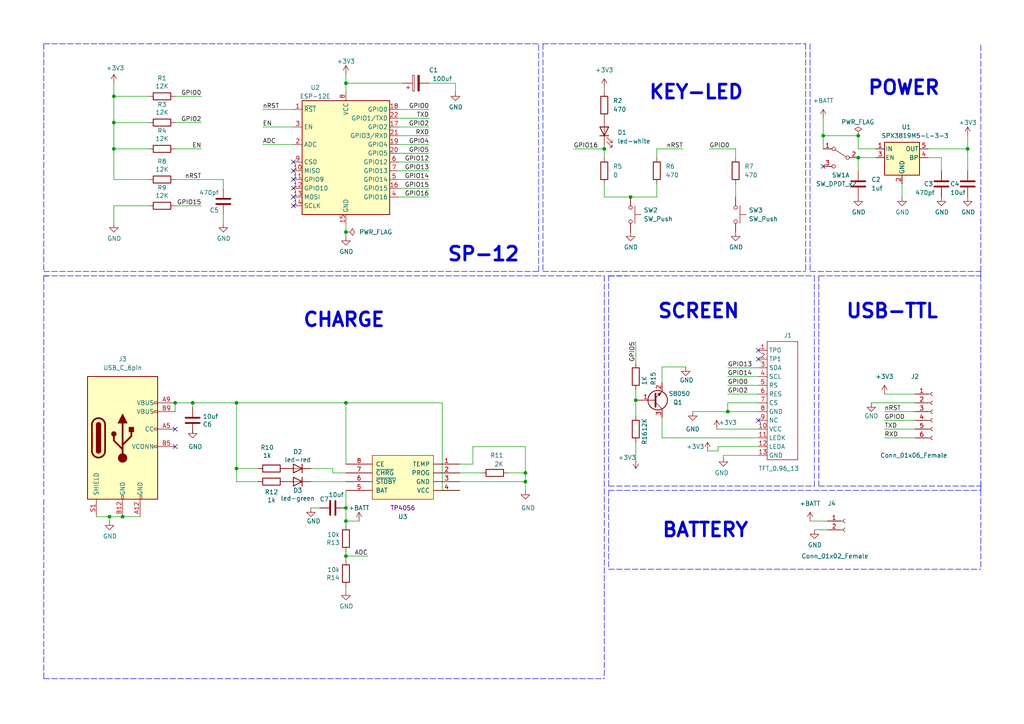
<source format=kicad_sch>
(kicad_sch (version 20211123) (generator eeschema)
  (paper "A4")
  (lib_symbols
    (symbol "Connector:Conn_01x02_Female" (pin_names (offset 1.016) hide)
      (property "Reference" "J" (at 0 2.54 0))
      (property "Value" "Conn_01x02_Female" (at 0 -5.08 0))
      (symbol "Conn_01x02_Female_1_1"
        (arc (start 0 -2.032) (mid -0.508 -2.54) (end 0 -3.048) (stroke (width 0.1524)))
        (polyline (pts (xy -1.27 -2.54) (xy -0.508 -2.54)) (stroke (width 0.1524)))
        (polyline (pts (xy -1.27 0) (xy -0.508 0)) (stroke (width 0.1524)))
        (arc (start 0 0.508) (mid -0.508 0) (end 0 -0.508) (stroke (width 0.1524)))
        (pin passive line (at -5.08 0 0) (length 3.81) (name "Pin_1") (number "1"))
        (pin passive line (at -5.08 -2.54 0) (length 3.81) (name "Pin_2") (number "2"))
      )
    )
    (symbol "Connector:Conn_01x06_Female" (pin_names (offset 1.016) hide)
      (property "Reference" "J" (at 0 7.62 0))
      (property "Value" "Conn_01x06_Female" (at 0 -10.16 0))
      (symbol "Conn_01x06_Female_1_1"
        (arc (start 0 -7.112) (mid -0.508 -7.62) (end 0 -8.128) (stroke (width 0.1524)))
        (arc (start 0 -4.572) (mid -0.508 -5.08) (end 0 -5.588) (stroke (width 0.1524)))
        (arc (start 0 -2.032) (mid -0.508 -2.54) (end 0 -3.048) (stroke (width 0.1524)))
        (polyline (pts (xy -1.27 -7.62) (xy -0.508 -7.62)) (stroke (width 0.1524)))
        (polyline (pts (xy -1.27 -5.08) (xy -0.508 -5.08)) (stroke (width 0.1524)))
        (polyline (pts (xy -1.27 -2.54) (xy -0.508 -2.54)) (stroke (width 0.1524)))
        (polyline (pts (xy -1.27 0) (xy -0.508 0)) (stroke (width 0.1524)))
        (polyline (pts (xy -1.27 2.54) (xy -0.508 2.54)) (stroke (width 0.1524)))
        (polyline (pts (xy -1.27 5.08) (xy -0.508 5.08)) (stroke (width 0.1524)))
        (arc (start 0 0.508) (mid -0.508 0) (end 0 -0.508) (stroke (width 0.1524)))
        (arc (start 0 3.048) (mid -0.508 2.54) (end 0 2.032) (stroke (width 0.1524)))
        (arc (start 0 5.588) (mid -0.508 5.08) (end 0 4.572) (stroke (width 0.1524)))
        (pin passive line (at -5.08 5.08 0) (length 3.81) (name "Pin_1") (number "1"))
        (pin passive line (at -5.08 2.54 0) (length 3.81) (name "Pin_2") (number "2"))
        (pin passive line (at -5.08 0 0) (length 3.81) (name "Pin_3") (number "3"))
        (pin passive line (at -5.08 -2.54 0) (length 3.81) (name "Pin_4") (number "4"))
        (pin passive line (at -5.08 -5.08 0) (length 3.81) (name "Pin_5") (number "5"))
        (pin passive line (at -5.08 -7.62 0) (length 3.81) (name "Pin_6") (number "6"))
      )
    )
    (symbol "Device:C" (pin_numbers hide) (pin_names (offset 0.254))
      (property "Reference" "C" (at 0.635 2.54 0))
      (property "Value" "C" (at 0.635 -2.54 0))
      (symbol "C_0_1"
        (polyline (pts (xy -2.032 -0.762) (xy 2.032 -0.762)) (stroke (width 0.508)))
        (polyline (pts (xy -2.032 0.762) (xy 2.032 0.762)) (stroke (width 0.508)))
      )
      (symbol "C_1_1"
        (pin passive line (at 0 3.81 270) (length 2.794) (name "~") (number "1"))
        (pin passive line (at 0 -3.81 90) (length 2.794) (name "~") (number "2"))
      )
    )
    (symbol "Device:C_Polarized" (pin_numbers hide) (pin_names (offset 0.254))
      (property "Reference" "C" (at 0.635 2.54 0))
      (property "Value" "C_Polarized" (at 0.635 -2.54 0))
      (symbol "C_Polarized_0_1"
        (rectangle (start -2.286 0.508) (end 2.286 1.016))
        (polyline (pts (xy -1.778 2.286) (xy -0.762 2.286)))
        (polyline (pts (xy -1.27 2.794) (xy -1.27 1.778)))
        (rectangle (start 2.286 -0.508) (end -2.286 -1.016) (fill (type outline)))
      )
      (symbol "C_Polarized_1_1"
        (pin passive line (at 0 3.81 270) (length 2.794) (name "~") (number "1"))
        (pin passive line (at 0 -3.81 90) (length 2.794) (name "~") (number "2"))
      )
    )
    (symbol "Device:D" (pin_numbers hide) (pin_names (offset 1.016) hide)
      (property "Reference" "D" (at 0 2.54 0))
      (property "Value" "D" (at 0 -2.54 0))
      (symbol "D_0_1"
        (polyline (pts (xy -1.27 1.27) (xy -1.27 -1.27)) (stroke (width 0.254)))
        (polyline (pts (xy 1.27 0) (xy -1.27 0)))
        (polyline (pts (xy 1.27 1.27) (xy 1.27 -1.27) (xy -1.27 0) (xy 1.27 1.27)) (stroke (width 0.254)))
      )
      (symbol "D_1_1"
        (pin passive line (at -3.81 0 0) (length 2.54) (name "K") (number "1"))
        (pin passive line (at 3.81 0 180) (length 2.54) (name "A") (number "2"))
      )
    )
    (symbol "Device:LED" (pin_numbers hide) (pin_names (offset 1.016) hide)
      (property "Reference" "D" (at 0 2.54 0))
      (property "Value" "LED" (at 0 -2.54 0))
      (symbol "LED_0_1"
        (polyline (pts (xy -1.27 -1.27) (xy -1.27 1.27)) (stroke (width 0.254)))
        (polyline (pts (xy -1.27 0) (xy 1.27 0)))
        (polyline (pts (xy 1.27 -1.27) (xy 1.27 1.27) (xy -1.27 0) (xy 1.27 -1.27)) (stroke (width 0.254)))
        (polyline (pts (xy -3.048 -0.762) (xy -4.572 -2.286) (xy -3.81 -2.286) (xy -4.572 -2.286) (xy -4.572 -1.524)))
        (polyline (pts (xy -1.778 -0.762) (xy -3.302 -2.286) (xy -2.54 -2.286) (xy -3.302 -2.286) (xy -3.302 -1.524)))
      )
      (symbol "LED_1_1"
        (pin passive line (at -3.81 0 0) (length 2.54) (name "K") (number "1"))
        (pin passive line (at 3.81 0 180) (length 2.54) (name "A") (number "2"))
      )
    )
    (symbol "Device:Q_NPN_BEC" (pin_names (offset 0) hide)
      (property "Reference" "Q" (at 5.08 1.27 0))
      (property "Value" "Q_NPN_BEC" (at 5.08 -1.27 0))
      (symbol "Q_NPN_BEC_0_1"
        (polyline (pts (xy 0.635 0.635) (xy 2.54 2.54)))
        (polyline (pts (xy 0.635 -0.635) (xy 2.54 -2.54) (xy 2.54 -2.54)))
        (polyline (pts (xy 0.635 1.905) (xy 0.635 -1.905) (xy 0.635 -1.905)) (stroke (width 0.508)))
        (polyline (pts (xy 1.27 -1.778) (xy 1.778 -1.27) (xy 2.286 -2.286) (xy 1.27 -1.778) (xy 1.27 -1.778)) (fill (type outline)))
        (circle (center 1.27 0) (radius 2.8194) (stroke (width 0.254)))
      )
      (symbol "Q_NPN_BEC_1_1"
        (pin input line (at -5.08 0 0) (length 5.715) (name "B") (number "1"))
        (pin passive line (at 2.54 -5.08 90) (length 2.54) (name "E") (number "2"))
        (pin passive line (at 2.54 5.08 270) (length 2.54) (name "C") (number "3"))
      )
    )
    (symbol "Device:R" (pin_numbers hide) (pin_names (offset 0))
      (property "Reference" "R" (at 2.032 0 90))
      (property "Value" "R" (at 0 0 90))
      (symbol "R_0_1"
        (rectangle (start -1.016 -2.54) (end 1.016 2.54) (stroke (width 0.254)))
      )
      (symbol "R_1_1"
        (pin passive line (at 0 3.81 270) (length 1.27) (name "~") (number "1"))
        (pin passive line (at 0 -3.81 90) (length 1.27) (name "~") (number "2"))
      )
    )
    (symbol "My-lib:TFT_0.96_13"
      (property "Reference" "J" (at 1.27 5.08 0))
      (property "Value" "TFT_0.96_13" (at 2.54 -33.02 0))
      (symbol "TFT_0.96_13_0_1"
        (rectangle (start 1.27 3.81) (end 10.16 -30.48))
      )
      (symbol "TFT_0.96_13_1_1"
        (pin free line (at -1.27 1.27 0) (length 2.54) (name "TP0") (number "1"))
        (pin free line (at -1.27 -21.59 0) (length 2.54) (name "VCC") (number "10"))
        (pin free line (at -1.27 -24.13 0) (length 2.54) (name "LEDK") (number "11"))
        (pin free line (at -1.27 -26.67 0) (length 2.54) (name "LEDA") (number "12"))
        (pin free line (at -1.27 -29.21 0) (length 2.54) (name "GND") (number "13"))
        (pin free line (at -1.27 -1.27 0) (length 2.54) (name "TP1") (number "2"))
        (pin free line (at -1.27 -3.81 0) (length 2.54) (name "SDA") (number "3"))
        (pin free line (at -1.27 -6.35 0) (length 2.54) (name "SCL") (number "4"))
        (pin free line (at -1.27 -8.89 0) (length 2.54) (name "RS") (number "5"))
        (pin free line (at -1.27 -11.43 0) (length 2.54) (name "RES") (number "6"))
        (pin free line (at -1.27 -13.97 0) (length 2.54) (name "CS") (number "7"))
        (pin free line (at -1.27 -16.51 0) (length 2.54) (name "GND") (number "8"))
        (pin free line (at -1.27 -19.05 0) (length 2.54) (name "NC") (number "9"))
      )
    )
    (symbol "My-lib:USB_C_6pin" (pin_names (offset 1.016))
      (property "Reference" "J" (at -10.16 19.05 0))
      (property "Value" "USB_C_6pin" (at 12.7 19.05 0))
      (symbol "USB_C_6pin_0_0"
        (rectangle (start -0.254 -17.78) (end 0.254 -16.764))
        (rectangle (start 5.08 -17.78) (end 5.588 -16.764))
        (rectangle (start 10.16 -2.286) (end 9.144 -2.794))
        (rectangle (start 10.16 2.794) (end 9.144 2.286))
        (rectangle (start 10.16 7.874) (end 9.144 7.366))
        (rectangle (start 10.16 10.414) (end 9.144 9.906))
      )
      (symbol "USB_C_6pin_0_1"
        (rectangle (start -10.16 17.78) (end 10.16 -17.78) (stroke (width 0.254)) (fill (type background)))
        (arc (start -8.89 -3.81) (mid -6.985 -5.715) (end -5.08 -3.81) (stroke (width 0.508)))
        (arc (start -7.62 -3.81) (mid -6.985 -4.445) (end -6.35 -3.81) (stroke (width 0.254)))
        (arc (start -7.62 -3.81) (mid -6.985 -4.445) (end -6.35 -3.81) (stroke (width 0.254)) (fill (type outline)))
        (rectangle (start -7.62 -3.81) (end -6.35 3.81) (stroke (width 0.254)) (fill (type outline)))
        (arc (start -6.35 3.81) (mid -6.985 4.445) (end -7.62 3.81) (stroke (width 0.254)))
        (arc (start -6.35 3.81) (mid -6.985 4.445) (end -7.62 3.81) (stroke (width 0.254)) (fill (type outline)))
        (arc (start -5.08 3.81) (mid -6.985 5.715) (end -8.89 3.81) (stroke (width 0.508)))
        (circle (center -2.54 1.143) (radius 0.635) (stroke (width 0.254)) (fill (type outline)))
        (circle (center 0 -5.842) (radius 1.27) (fill (type outline)))
        (polyline (pts (xy -8.89 -3.81) (xy -8.89 3.81)) (stroke (width 0.508)))
        (polyline (pts (xy -5.08 3.81) (xy -5.08 -3.81)) (stroke (width 0.508)))
        (polyline (pts (xy 0 -5.842) (xy 0 4.318)) (stroke (width 0.508)))
        (polyline (pts (xy 0 -3.302) (xy -2.54 -0.762) (xy -2.54 0.508)) (stroke (width 0.508)))
        (polyline (pts (xy 0 -2.032) (xy 2.54 0.508) (xy 2.54 1.778)) (stroke (width 0.508)))
        (polyline (pts (xy -1.27 4.318) (xy 0 6.858) (xy 1.27 4.318) (xy -1.27 4.318)) (stroke (width 0.254)) (fill (type outline)))
        (rectangle (start 1.905 1.778) (end 3.175 3.048) (stroke (width 0.254)) (fill (type outline)))
      )
      (symbol "USB_C_6pin_1_1"
        (pin passive line (at 5.08 -22.86 90) (length 5.08) (name "GND") (number "A12"))
        (pin bidirectional line (at 15.24 2.54 180) (length 5.08) (name "CC") (number "A5"))
        (pin passive line (at 15.24 10.16 180) (length 5.08) (name "VBUS") (number "A9"))
        (pin passive line (at 0 -22.86 90) (length 5.08) (name "GND") (number "B12"))
        (pin bidirectional line (at 15.24 -2.54 180) (length 5.08) (name "VCONN") (number "B5"))
        (pin passive line (at 15.24 7.62 180) (length 5.08) (name "VBUS") (number "B9"))
        (pin passive line (at -7.62 -22.86 90) (length 5.08) (name "SHIELD") (number "S1"))
      )
    )
    (symbol "RF_Module:ESP-12E"
      (property "Reference" "U" (at -12.7 19.05 0))
      (property "Value" "ESP-12E" (at 12.7 19.05 0))
      (symbol "ESP-12E_0_1"
        (rectangle (start -12.7 17.78) (end 12.7 -15.24) (stroke (width 0.254)) (fill (type background)))
      )
      (symbol "ESP-12E_1_1"
        (pin input line (at -15.24 15.24 0) (length 2.54) (name "~{RST}") (number "1"))
        (pin bidirectional line (at -15.24 -2.54 0) (length 2.54) (name "MISO") (number "10"))
        (pin bidirectional line (at -15.24 -5.08 0) (length 2.54) (name "GPIO9") (number "11"))
        (pin bidirectional line (at -15.24 -7.62 0) (length 2.54) (name "GPIO10") (number "12"))
        (pin bidirectional line (at -15.24 -10.16 0) (length 2.54) (name "MOSI") (number "13"))
        (pin bidirectional line (at -15.24 -12.7 0) (length 2.54) (name "SCLK") (number "14"))
        (pin power_in line (at 0 -17.78 90) (length 2.54) (name "GND") (number "15"))
        (pin bidirectional line (at 15.24 -7.62 180) (length 2.54) (name "GPIO15") (number "16"))
        (pin bidirectional line (at 15.24 10.16 180) (length 2.54) (name "GPIO2") (number "17"))
        (pin bidirectional line (at 15.24 15.24 180) (length 2.54) (name "GPIO0") (number "18"))
        (pin bidirectional line (at 15.24 5.08 180) (length 2.54) (name "GPIO4") (number "19"))
        (pin input line (at -15.24 5.08 0) (length 2.54) (name "ADC") (number "2"))
        (pin bidirectional line (at 15.24 2.54 180) (length 2.54) (name "GPIO5") (number "20"))
        (pin bidirectional line (at 15.24 7.62 180) (length 2.54) (name "GPIO3/RXD") (number "21"))
        (pin bidirectional line (at 15.24 12.7 180) (length 2.54) (name "GPIO1/TXD") (number "22"))
        (pin input line (at -15.24 10.16 0) (length 2.54) (name "EN") (number "3"))
        (pin bidirectional line (at 15.24 -10.16 180) (length 2.54) (name "GPIO16") (number "4"))
        (pin bidirectional line (at 15.24 -5.08 180) (length 2.54) (name "GPIO14") (number "5"))
        (pin bidirectional line (at 15.24 0 180) (length 2.54) (name "GPIO12") (number "6"))
        (pin bidirectional line (at 15.24 -2.54 180) (length 2.54) (name "GPIO13") (number "7"))
        (pin power_in line (at 0 20.32 270) (length 2.54) (name "VCC") (number "8"))
        (pin input line (at -15.24 0 0) (length 2.54) (name "CS0") (number "9"))
      )
    )
    (symbol "Regulator_Linear:SPX3819M5-L-3-3" (pin_names (offset 0.254))
      (property "Reference" "U" (at -3.81 5.715 0))
      (property "Value" "SPX3819M5-L-3-3" (at 0 5.715 0))
      (symbol "SPX3819M5-L-3-3_0_1"
        (rectangle (start -5.08 4.445) (end 5.08 -5.08) (stroke (width 0.254)) (fill (type background)))
      )
      (symbol "SPX3819M5-L-3-3_1_1"
        (pin power_in line (at -7.62 2.54 0) (length 2.54) (name "IN") (number "1"))
        (pin power_in line (at 0 -7.62 90) (length 2.54) (name "GND") (number "2"))
        (pin input line (at -7.62 0 0) (length 2.54) (name "EN") (number "3"))
        (pin input line (at 7.62 0 180) (length 2.54) (name "BP") (number "4"))
        (pin power_out line (at 7.62 2.54 180) (length 2.54) (name "OUT") (number "5"))
      )
    )
    (symbol "Switch:SW_DPDT_x2" (pin_names (offset 0) hide)
      (property "Reference" "SW" (at 0 4.318 0))
      (property "Value" "SW_DPDT_x2" (at 0 -5.08 0))
      (symbol "SW_DPDT_x2_0_0"
        (circle (center -2.032 0) (radius 0.508))
        (circle (center 2.032 -2.54) (radius 0.508))
      )
      (symbol "SW_DPDT_x2_0_1"
        (polyline (pts (xy -1.524 0.254) (xy 1.651 2.286)))
        (circle (center 2.032 2.54) (radius 0.508))
      )
      (symbol "SW_DPDT_x2_1_1"
        (pin passive line (at 5.08 2.54 180) (length 2.54) (name "A") (number "1"))
        (pin passive line (at -5.08 0 0) (length 2.54) (name "B") (number "2"))
        (pin passive line (at 5.08 -2.54 180) (length 2.54) (name "C") (number "3"))
      )
      (symbol "SW_DPDT_x2_2_1"
        (pin passive line (at 5.08 2.54 180) (length 2.54) (name "A") (number "4"))
        (pin passive line (at -5.08 0 0) (length 2.54) (name "B") (number "5"))
        (pin passive line (at 5.08 -2.54 180) (length 2.54) (name "C") (number "6"))
      )
    )
    (symbol "Switch:SW_Push" (pin_numbers hide) (pin_names (offset 1.016) hide)
      (property "Reference" "SW" (at 1.27 2.54 0))
      (property "Value" "SW_Push" (at 0 -1.524 0))
      (symbol "SW_Push_0_1"
        (circle (center -2.032 0) (radius 0.508))
        (polyline (pts (xy 0 1.27) (xy 0 3.048)))
        (polyline (pts (xy 2.54 1.27) (xy -2.54 1.27)))
        (circle (center 2.032 0) (radius 0.508))
        (pin passive line (at -5.08 0 0) (length 2.54) (name "1") (number "1"))
        (pin passive line (at 5.08 0 180) (length 2.54) (name "2") (number "2"))
      )
    )
    (symbol "lc_IC:TP4056_[C16581]" (pin_names (offset 1.016))
      (property "Reference" "U" (at -0.0254 1.27 0))
      (property "Comment" "TP4056" (at 3.7846 1.27 0))
      (symbol "TP4056_[C16581]_1_1"
        (rectangle (start 7.62 -12.7) (end 25.4 0) (fill (type background)))
        (pin passive line (at 0 -2.54 0) (length 7.62) (name "TEMP") (number "1"))
        (pin passive line (at 0 -5.08 0) (length 7.62) (name "PROG") (number "2"))
        (pin passive line (at 0 -7.62 0) (length 7.62) (name "GND") (number "3"))
        (pin passive line (at 0 -10.16 0) (length 7.62) (name "VCC") (number "4"))
        (pin passive line (at 33.02 -10.16 180) (length 7.62) (name "BAT") (number "5"))
        (pin passive line (at 33.02 -7.62 180) (length 7.62) (name "~{STDBY}") (number "6"))
        (pin passive line (at 33.02 -5.08 180) (length 7.62) (name "~{CHRG}") (number "7"))
        (pin passive line (at 33.02 -2.54 180) (length 7.62) (name "CE") (number "8"))
      )
    )
    (symbol "power:+3V3" (power) (pin_names (offset 0))
      (property "Value" "+3V3" (at 0 3.556 0))
      (symbol "+3V3_0_1"
        (polyline (pts (xy -0.762 1.27) (xy 0 2.54)))
        (polyline (pts (xy 0 0) (xy 0 2.54)))
        (polyline (pts (xy 0 2.54) (xy 0.762 1.27)))
      )
      (symbol "+3V3_1_1"
        (pin power_in line (at 0 0 90) (length 0) hide (name "+3V3") (number "1"))
      )
    )
    (symbol "power:+BATT" (power) (pin_names (offset 0))
      (property "Value" "+BATT" (at 0 3.556 0))
      (symbol "+BATT_0_1"
        (polyline (pts (xy -0.762 1.27) (xy 0 2.54)))
        (polyline (pts (xy 0 0) (xy 0 2.54)))
        (polyline (pts (xy 0 2.54) (xy 0.762 1.27)))
      )
      (symbol "+BATT_1_1"
        (pin power_in line (at 0 0 90) (length 0) hide (name "+BATT") (number "1"))
      )
    )
    (symbol "power:GND" (power) (pin_names (offset 0))
      (property "Value" "GND" (at 0 -3.81 0))
      (symbol "GND_0_1"
        (polyline (pts (xy 0 0) (xy 0 -1.27) (xy 1.27 -1.27) (xy 0 -2.54) (xy -1.27 -1.27) (xy 0 -1.27)))
      )
      (symbol "GND_1_1"
        (pin power_in line (at 0 0 270) (length 0) hide (name "GND") (number "1"))
      )
    )
    (symbol "power:PWR_FLAG" (power) (pin_numbers hide) (pin_names (offset 0) hide)
      (property "Value" "PWR_FLAG" (at 0 3.81 0))
      (symbol "PWR_FLAG_0_0"
        (pin power_out line (at 0 0 90) (length 0) (name "pwr") (number "1"))
      )
      (symbol "PWR_FLAG_0_1"
        (polyline (pts (xy 0 0) (xy 0 1.27) (xy -1.016 1.905) (xy 0 2.54) (xy 1.016 1.905) (xy 0 1.27)))
      )
    )
  )
  (junction (at 175.26 43.18))
  (junction (at 182.88 57.15))
  (junction (at 100.33 116.84))
  (junction (at 248.92 45.72))
  (junction (at 152.4 139.7))
  (junction (at 211.074 119.38))
  (junction (at 31.75 149.86))
  (junction (at 100.33 67.31))
  (junction (at 152.4 137.16))
  (junction (at 33.02 27.94))
  (junction (at 100.33 147.32))
  (junction (at 35.56 149.86))
  (junction (at 248.92 39.37))
  (junction (at 68.58 116.84))
  (junction (at 33.02 35.56))
  (junction (at 238.76 39.37))
  (junction (at 68.58 135.89))
  (junction (at 55.88 116.84))
  (junction (at 33.02 43.18))
  (junction (at 50.8 116.84))
  (junction (at 100.33 24.13))
  (junction (at 100.33 161.29))
  (junction (at 100.33 151.13))
  (junction (at 184.404 116.078))
  (junction (at 280.67 43.18))
  (no_connect (at 85.09 59.69))
  (no_connect (at 219.964 104.14))
  (no_connect (at 85.09 49.53))
  (no_connect (at 50.8 129.54))
  (no_connect (at 238.76 48.26))
  (no_connect (at 85.09 52.07))
  (no_connect (at 219.964 121.92))
  (no_connect (at 50.8 124.46))
  (no_connect (at 85.09 57.15))
  (no_connect (at 219.964 101.6))
  (no_connect (at 85.09 46.99))
  (no_connect (at 85.09 54.61))
  (polyline (pts (xy 236.22 80.01) (xy 236.22 140.97)))
  (wire (pts (xy 175.26 43.18) (xy 175.26 45.72)))
  (polyline (pts (xy 176.53 80.01) (xy 181.61 80.01)))
  (wire (pts (xy 256.54 124.46) (xy 265.43 124.46)))
  (wire (pts (xy 85.09 31.75) (xy 76.2 31.75)))
  (wire (pts (xy 68.58 116.84) (xy 68.58 135.89)))
  (wire (pts (xy 115.57 52.07) (xy 124.46 52.07)))
  (wire (pts (xy 219.964 116.84) (xy 211.074 116.84)))
  (polyline (pts (xy 176.53 80.01) (xy 236.22 80.01)))
  (polyline (pts (xy 176.53 140.97) (xy 236.22 140.97)))
  (polyline (pts (xy 176.53 140.97) (xy 176.53 80.01)))
  (wire (pts (xy 100.33 171.45) (xy 100.33 170.18)))
  (wire (pts (xy 27.94 149.86) (xy 31.75 149.86)))
  (wire (pts (xy 192.024 106.426) (xy 198.882 106.426)))
  (wire (pts (xy 115.57 34.29) (xy 124.46 34.29)))
  (wire (pts (xy 64.77 52.07) (xy 64.77 54.61)))
  (polyline (pts (xy 237.49 140.97) (xy 284.48 140.97)))
  (wire (pts (xy 33.02 27.94) (xy 33.02 35.56)))
  (wire (pts (xy 50.8 116.84) (xy 55.88 116.84)))
  (polyline (pts (xy 157.48 12.7) (xy 233.68 12.7)))
  (wire (pts (xy 137.16 129.54) (xy 152.4 129.54)))
  (wire (pts (xy 211.074 114.3) (xy 219.964 114.3)))
  (wire (pts (xy 192.024 127) (xy 219.964 127)))
  (wire (pts (xy 137.16 134.62) (xy 137.16 129.54)))
  (wire (pts (xy 211.074 119.38) (xy 219.964 119.38)))
  (polyline (pts (xy 12.7 12.7) (xy 12.7 78.74)))
  (wire (pts (xy 100.33 24.13) (xy 116.84 24.13)))
  (wire (pts (xy 256.54 119.38) (xy 265.43 119.38)))
  (wire (pts (xy 31.75 149.86) (xy 31.75 151.13)))
  (wire (pts (xy 85.09 41.91) (xy 76.2 41.91)))
  (polyline (pts (xy 234.95 78.74) (xy 284.48 78.74)))
  (wire (pts (xy 219.964 129.54) (xy 208.28 129.54)))
  (polyline (pts (xy 157.48 12.7) (xy 157.48 78.74)))
  (polyline (pts (xy 12.7 80.01) (xy 13.97 80.01)))
  (wire (pts (xy 55.88 116.84) (xy 55.88 118.11)))
  (wire (pts (xy 175.26 41.91) (xy 175.26 43.18)))
  (wire (pts (xy 100.33 162.56) (xy 100.33 161.29)))
  (polyline (pts (xy 156.21 78.74) (xy 156.21 12.7)))
  (wire (pts (xy 85.09 36.83) (xy 76.2 36.83)))
  (wire (pts (xy 50.8 59.69) (xy 58.42 59.69)))
  (wire (pts (xy 236.22 153.67) (xy 240.03 153.67)))
  (wire (pts (xy 115.57 46.99) (xy 124.46 46.99)))
  (wire (pts (xy 50.8 116.84) (xy 50.8 119.38)))
  (wire (pts (xy 248.92 43.18) (xy 254 43.18)))
  (wire (pts (xy 50.8 35.56) (xy 58.42 35.56)))
  (wire (pts (xy 175.26 53.34) (xy 175.26 57.15)))
  (polyline (pts (xy 12.7 196.85) (xy 175.26 196.85)))
  (wire (pts (xy 31.75 149.86) (xy 35.56 149.86)))
  (wire (pts (xy 234.95 151.13) (xy 240.03 151.13)))
  (wire (pts (xy 133.35 139.7) (xy 152.4 139.7)))
  (polyline (pts (xy 284.48 78.74) (xy 284.48 80.01)))
  (wire (pts (xy 68.58 139.7) (xy 68.58 135.89)))
  (wire (pts (xy 90.17 147.32) (xy 92.71 147.32)))
  (wire (pts (xy 209.804 132.08) (xy 209.804 132.715)))
  (wire (pts (xy 132.08 24.13) (xy 132.08 26.67)))
  (wire (pts (xy 68.58 116.84) (xy 100.33 116.84)))
  (polyline (pts (xy 12.7 80.01) (xy 175.26 80.01)))
  (wire (pts (xy 211.074 106.68) (xy 219.964 106.68)))
  (wire (pts (xy 115.57 44.45) (xy 124.46 44.45)))
  (wire (pts (xy 33.02 43.18) (xy 33.02 52.07)))
  (wire (pts (xy 238.76 34.29) (xy 238.76 39.37)))
  (wire (pts (xy 124.46 24.13) (xy 132.08 24.13)))
  (wire (pts (xy 175.26 57.15) (xy 182.88 57.15)))
  (wire (pts (xy 211.074 116.84) (xy 211.074 119.38)))
  (wire (pts (xy 64.77 62.23) (xy 64.77 64.77)))
  (wire (pts (xy 269.24 45.72) (xy 273.05 45.72)))
  (wire (pts (xy 152.4 137.16) (xy 152.4 139.7)))
  (wire (pts (xy 200.914 119.38) (xy 211.074 119.38)))
  (wire (pts (xy 100.33 64.77) (xy 100.33 67.31)))
  (wire (pts (xy 104.14 151.13) (xy 100.33 151.13)))
  (wire (pts (xy 50.8 43.18) (xy 58.42 43.18)))
  (wire (pts (xy 96.52 135.89) (xy 96.52 137.16)))
  (wire (pts (xy 100.33 67.31) (xy 100.33 68.58)))
  (wire (pts (xy 192.024 110.998) (xy 192.024 106.426)))
  (polyline (pts (xy 284.48 142.24) (xy 284.48 165.1)))
  (wire (pts (xy 50.8 27.94) (xy 58.42 27.94)))
  (wire (pts (xy 33.02 43.18) (xy 43.18 43.18)))
  (wire (pts (xy 33.02 59.69) (xy 43.18 59.69)))
  (polyline (pts (xy 284.48 142.24) (xy 284.48 140.97)))
  (wire (pts (xy 133.35 134.62) (xy 137.16 134.62)))
  (wire (pts (xy 248.92 43.18) (xy 248.92 39.37)))
  (wire (pts (xy 115.57 31.75) (xy 124.46 31.75)))
  (wire (pts (xy 147.32 137.16) (xy 152.4 137.16)))
  (wire (pts (xy 211.074 109.22) (xy 219.964 109.22)))
  (wire (pts (xy 238.76 39.37) (xy 238.76 43.18)))
  (wire (pts (xy 205.74 43.18) (xy 213.36 43.18)))
  (polyline (pts (xy 176.53 142.24) (xy 284.48 142.24)))
  (wire (pts (xy 208.28 129.54) (xy 208.28 130.81)))
  (wire (pts (xy 33.02 24.13) (xy 33.02 27.94)))
  (wire (pts (xy 166.37 43.18) (xy 175.26 43.18)))
  (wire (pts (xy 115.57 57.15) (xy 124.46 57.15)))
  (wire (pts (xy 100.33 21.59) (xy 100.33 24.13)))
  (wire (pts (xy 55.88 116.84) (xy 68.58 116.84)))
  (wire (pts (xy 33.02 35.56) (xy 43.18 35.56)))
  (wire (pts (xy 184.404 116.078) (xy 184.404 120.65)))
  (wire (pts (xy 211.074 111.76) (xy 219.964 111.76)))
  (wire (pts (xy 219.964 132.08) (xy 209.804 132.08)))
  (polyline (pts (xy 233.68 12.7) (xy 233.68 78.74)))
  (polyline (pts (xy 157.48 78.74) (xy 233.68 78.74)))
  (wire (pts (xy 248.92 45.72) (xy 248.92 49.53)))
  (wire (pts (xy 33.02 59.69) (xy 33.02 64.77)))
  (wire (pts (xy 213.36 45.72) (xy 213.36 43.18)))
  (wire (pts (xy 248.92 45.72) (xy 254 45.72)))
  (wire (pts (xy 213.36 57.15) (xy 213.36 53.34)))
  (wire (pts (xy 152.4 142.24) (xy 152.4 139.7)))
  (wire (pts (xy 192.024 127) (xy 192.024 121.158)))
  (wire (pts (xy 100.33 151.13) (xy 100.33 147.32)))
  (polyline (pts (xy 284.48 78.74) (xy 284.48 12.7)))
  (wire (pts (xy 115.57 39.37) (xy 124.46 39.37)))
  (wire (pts (xy 115.57 36.83) (xy 124.46 36.83)))
  (wire (pts (xy 252.73 116.84) (xy 265.43 116.84)))
  (wire (pts (xy 100.33 152.4) (xy 100.33 151.13)))
  (wire (pts (xy 133.35 137.16) (xy 139.7 137.16)))
  (wire (pts (xy 90.17 135.89) (xy 96.52 135.89)))
  (polyline (pts (xy 12.7 144.78) (xy 12.7 196.85)))
  (wire (pts (xy 50.8 52.07) (xy 64.77 52.07)))
  (wire (pts (xy 115.57 54.61) (xy 124.46 54.61)))
  (polyline (pts (xy 234.95 12.7) (xy 234.95 78.74)))
  (wire (pts (xy 128.27 142.24) (xy 133.35 142.24)))
  (wire (pts (xy 175.26 25.4) (xy 175.26 26.67)))
  (wire (pts (xy 184.404 113.03) (xy 184.404 116.078)))
  (polyline (pts (xy 175.26 80.01) (xy 175.26 196.85)))
  (polyline (pts (xy 284.48 139.7) (xy 284.48 142.24)))
  (wire (pts (xy 152.4 129.54) (xy 152.4 137.16)))
  (wire (pts (xy 100.33 139.7) (xy 90.17 139.7)))
  (polyline (pts (xy 12.7 143.51) (xy 12.7 80.01)))
  (polyline (pts (xy 12.7 78.74) (xy 156.21 78.74)))
  (wire (pts (xy 74.93 135.89) (xy 68.58 135.89)))
  (wire (pts (xy 100.33 161.29) (xy 106.68 161.29)))
  (wire (pts (xy 190.5 53.34) (xy 190.5 57.15)))
  (polyline (pts (xy 176.53 142.24) (xy 176.53 165.1)))
  (polyline (pts (xy 176.53 165.1) (xy 284.48 165.1)))
  (wire (pts (xy 190.5 57.15) (xy 182.88 57.15)))
  (wire (pts (xy 190.5 43.18) (xy 198.12 43.18)))
  (polyline (pts (xy 237.49 80.01) (xy 237.49 140.97)))
  (wire (pts (xy 33.02 27.94) (xy 43.18 27.94)))
  (wire (pts (xy 184.404 99.06) (xy 184.404 105.41)))
  (wire (pts (xy 190.5 45.72) (xy 190.5 43.18)))
  (wire (pts (xy 280.67 39.37) (xy 280.67 43.18)))
  (wire (pts (xy 128.27 116.84) (xy 100.33 116.84)))
  (wire (pts (xy 55.88 125.73) (xy 55.88 124.46)))
  (polyline (pts (xy 12.7 12.7) (xy 156.21 12.7)))
  (wire (pts (xy 184.404 128.27) (xy 184.404 133.35)))
  (wire (pts (xy 35.56 149.86) (xy 40.64 149.86)))
  (wire (pts (xy 33.02 35.56) (xy 33.02 43.18)))
  (wire (pts (xy 128.27 142.24) (xy 128.27 116.84)))
  (wire (pts (xy 256.54 127) (xy 265.43 127)))
  (wire (pts (xy 115.57 41.91) (xy 124.46 41.91)))
  (wire (pts (xy 74.93 139.7) (xy 68.58 139.7)))
  (wire (pts (xy 208.28 130.81) (xy 205.232 130.81)))
  (wire (pts (xy 100.33 161.29) (xy 100.33 160.02)))
  (wire (pts (xy 256.54 121.92) (xy 265.43 121.92)))
  (wire (pts (xy 100.33 147.32) (xy 100.33 142.24)))
  (wire (pts (xy 273.05 45.72) (xy 273.05 49.53)))
  (wire (pts (xy 256.54 114.3) (xy 265.43 114.3)))
  (wire (pts (xy 96.52 137.16) (xy 100.33 137.16)))
  (wire (pts (xy 100.33 116.84) (xy 100.33 134.62)))
  (wire (pts (xy 100.33 24.13) (xy 100.33 26.67)))
  (polyline (pts (xy 237.49 80.01) (xy 284.48 80.01)))
  (wire (pts (xy 248.92 39.37) (xy 238.76 39.37)))
  (polyline (pts (xy 284.48 80.01) (xy 284.48 140.97)))
  (wire (pts (xy 261.62 57.15) (xy 261.62 53.34)))
  (wire (pts (xy 280.67 43.18) (xy 280.67 49.53)))
  (wire (pts (xy 207.899 124.46) (xy 219.964 124.46)))
  (wire (pts (xy 115.57 49.53) (xy 124.46 49.53)))
  (wire (pts (xy 269.24 43.18) (xy 280.67 43.18)))
  (wire (pts (xy 33.02 52.07) (xy 43.18 52.07)))
  (text "KEY-LED" (at 187.96 29.21 0) (effects (font (size 4 4) (thickness 0.8) bold) (justify left bottom)))
  (text "BATTERY" (at 191.77 156.21 0) (effects (font (size 4 4) (thickness 0.8) bold) (justify left bottom)))
  (text "SCREEN" (at 190.5 92.71 0) (effects (font (size 4 4) (thickness 0.8) bold) (justify left bottom)))
  (text "USB-TTL" (at 245.11 92.71 0) (effects (font (size 4 4) (thickness 0.8) bold) (justify left bottom)))
  (text "POWER" (at 251.46 27.94 0) (effects (font (size 4 4) (thickness 0.8) bold) (justify left bottom)))
  (text "CHARGE\n" (at 87.63 95.25 0) (effects (font (size 4 4) (thickness 0.8) bold) (justify left bottom)))
  (text "SP-12\n" (at 129.54 76.2 0) (effects (font (size 4 4) (thickness 0.8) bold) (justify left bottom)))
  (label "ADC" (at 106.68 161.29 180))
  (label "GPIO16" (at 124.46 57.15 180))
  (label "GPIO0" (at 256.54 121.92 0))
  (label "ADC" (at 76.2 41.91 0))
  (label "nRST" (at 76.2 31.75 0))
  (label "GPIO2" (at 211.074 114.3 0))
  (label "GPIO13" (at 211.074 106.68 0))
  (label "GPIO0" (at 124.46 31.75 180))
  (label "EN" (at 58.42 43.18 180))
  (label "GPIO12" (at 124.46 46.99 180))
  (label "GPIO0" (at 58.42 27.94 180))
  (label "TXD" (at 256.54 124.46 0))
  (label "GPIO15" (at 124.46 54.61 180))
  (label "GPIO5" (at 124.46 44.45 180))
  (label "GPIO14" (at 211.074 109.22 0))
  (label "TXD" (at 124.46 34.29 180))
  (label "GPIO5" (at 184.404 99.06 270))
  (label "RXD" (at 124.46 39.37 180))
  (label "GPIO2" (at 58.42 35.56 180))
  (label "nRST" (at 198.12 43.18 180))
  (label "EN" (at 76.2 36.83 0))
  (label "nRST" (at 58.42 52.07 180))
  (label "GPIO16" (at 166.37 43.18 0))
  (label "GPIO0" (at 211.074 111.76 0))
  (label "GPIO13" (at 124.46 49.53 180))
  (label "RXD" (at 256.54 127 0))
  (label "GPIO2" (at 124.46 36.83 180))
  (label "GPIO15" (at 58.42 59.69 180))
  (label "nRST" (at 256.54 119.38 0))
  (label "GPIO4" (at 124.46 41.91 180))
  (label "GPIO0" (at 205.74 43.18 0))
  (label "GPIO14" (at 124.46 52.07 180))
  (symbol (lib_id "power:GND") (at 33.02 64.77 0) (unit 1)
    (property "Reference" "#PWR011" (effects hide))
    (property "Value" "GND" (at 33.147 69.1642 0))
  )
  (symbol (lib_id "Device:C") (at 96.52 147.32 270) (mirror x) (unit 1)
    (property "Reference" "C7" (at 92.71 144.78 90) (effects (justify left)))
    (property "Value" "10uf" (at 95.25 143.51 90) (effects (justify left)))
    (property "Footprint" "Capacitor_SMD:C_0402_1005Metric" (effects hide))
  )
  (symbol (lib_id "power:PWR_FLAG") (at 100.33 67.31 270) (unit 1)
    (property "Reference" "#FLG02" (effects hide))
    (property "Value" "PWR_FLAG" (at 104.14 67.3099 90) (effects (justify left)))
  )
  (symbol (lib_id "Device:C_Polarized") (at 120.65 24.13 90) (unit 1)
    (property "Reference" "C1" (at 125.73 20.32 90))
    (property "Value" "100uf" (at 128.27 22.86 90))
    (property "Footprint" "lc_lib:CASE-B_3528" (effects hide))
  )
  (symbol (lib_id "Connector:Conn_01x06_Female") (at 270.51 119.38 0) (unit 1)
    (property "Reference" "J2" (at 264.16 109.22 0) (effects (justify left)))
    (property "Value" "Conn_01x06_Female" (at 255.27 132.08 0) (effects (justify left)))
    (property "Footprint" "Connector_PinHeader_1.27mm:PinHeader_1x06_P1.27mm_Vertical" (effects hide))
  )
  (symbol (lib_id "power:GND") (at 100.33 171.45 0) (unit 1)
    (property "Reference" "#PWR030" (effects hide))
    (property "Value" "GND" (at 100.457 175.8442 0))
  )
  (symbol (lib_id "power:+BATT") (at 238.76 34.29 0) (unit 1)
    (property "Reference" "#PWR05" (effects hide))
    (property "Value" "+BATT" (at 238.76 29.21 0))
  )
  (symbol (lib_id "power:GND") (at 198.882 106.426 0) (mirror y) (unit 1)
    (property "Reference" "#PWR020" (effects hide))
    (property "Value" "GND" (at 199.136 110.236 0))
  )
  (symbol (lib_id "Device:R") (at 78.74 139.7 270) (unit 1)
    (property "Reference" "R12" (at 78.74 142.7226 90))
    (property "Value" "1k" (at 78.74 145.034 90))
    (property "Footprint" "Resistor_SMD:R_0402_1005Metric" (effects hide))
  )
  (symbol (lib_id "power:GND") (at 200.914 119.38 0) (mirror y) (unit 1)
    (property "Reference" "#PWR018" (effects hide))
    (property "Value" "GND" (at 200.914 124.46 0))
  )
  (symbol (lib_id "power:GND") (at 182.88 67.31 0) (unit 1)
    (property "Reference" "#PWR013" (effects hide))
    (property "Value" "GND" (at 183.007 71.7042 0))
  )
  (symbol (lib_id "Device:LED") (at 175.26 38.1 90) (unit 1)
    (property "Reference" "D1" (at 179.07 38.4174 90) (effects (justify right)))
    (property "Value" "led-white" (at 179.07 40.9574 90) (effects (justify right)))
    (property "Footprint" "LED_SMD:LED_0402_1005Metric" (effects hide))
  )
  (symbol (lib_id "Device:R") (at 175.26 49.53 0) (unit 1)
    (property "Reference" "R5" (at 177.8 48.2599 0) (effects (justify left)))
    (property "Value" "0" (at 177.8 50.7999 0) (effects (justify left)))
    (property "Footprint" "Resistor_SMD:R_0402_1005Metric" (effects hide))
  )
  (symbol (lib_id "power:GND") (at 213.36 67.31 0) (unit 1)
    (property "Reference" "#PWR014" (effects hide))
    (property "Value" "GND" (at 213.487 71.7042 0))
  )
  (symbol (lib_id "Regulator_Linear:SPX3819M5-L-3-3") (at 261.62 45.72 0) (unit 1)
    (property "Reference" "U1" (at 262.89 36.83 0))
    (property "Value" "SPX3819M5-L-3-3" (at 265.43 39.37 0))
    (property "Footprint" "Package_TO_SOT_SMD:SOT-23-5" (effects hide))
    (property "Datasheet" "https://www.exar.com/content/document.ashx?id=22106&languageid=1033&type=Datasheet&partnumber=SPX3819&filename=SPX3819.pdf&part=SPX3819" (effects hide))
  )
  (symbol (lib_id "Device:R") (at 46.99 35.56 270) (unit 1)
    (property "Reference" "R3" (at 46.99 30.3022 90))
    (property "Value" "12K" (at 46.99 32.6136 90))
    (property "Footprint" "Resistor_SMD:R_0402_1005Metric" (effects hide))
  )
  (symbol (lib_id "power:+3V3") (at 207.899 124.46 0) (unit 1)
    (property "Reference" "#PWR019" (effects hide))
    (property "Value" "+3V3" (at 211.074 122.555 0))
  )
  (symbol (lib_id "power:+BATT") (at 234.95 151.13 0) (unit 1)
    (property "Reference" "#PWR028" (effects hide))
    (property "Value" "+BATT" (at 234.95 146.05 0))
  )
  (symbol (lib_id "Device:R") (at 190.5 49.53 0) (unit 1)
    (property "Reference" "R6" (at 193.04 48.2599 0) (effects (justify left)))
    (property "Value" "470" (at 193.04 50.7999 0) (effects (justify left)))
    (property "Footprint" "Resistor_SMD:R_0402_1005Metric" (effects hide))
  )
  (symbol (lib_id "Device:Q_NPN_BEC") (at 189.484 116.078 0) (mirror x) (unit 1)
    (property "Reference" "Q1" (at 195.199 116.713 0) (effects (justify left)))
    (property "Value" "S8050" (at 193.929 114.173 0) (effects (justify left)))
    (property "Footprint" "Package_TO_SOT_SMD:SOT-23" (effects hide))
  )
  (symbol (lib_id "lc_IC:TP4056_[C16581]") (at 133.35 132.08 0) (mirror y) (unit 1)
    (property "Reference" "U3" (at 116.84 149.86 0))
    (property "Value" "TP4056_[C16581]" (effects hide))
    (property "Footprint" "lc_lib:SOP-8_EP_150MIL" (effects hide))
    (property "Datasheet" "http://www.szlcsc.com/product/details_17264.html" (effects hide))
    (property "description" "电池电源管理" (effects hide))
    (property "ComponentLink1Description" "供应商链接" (effects hide))
    (property "Package" "SOP-8_EP_150mil" (effects hide))
    (property "Supplier" "LC" (effects hide))
    (property "SuppliersPartNumber" "C16581" (effects hide))
    (property "Comment" "TP4056" (at 116.84 147.32 0))
  )
  (symbol (lib_id "power:+3V3") (at 205.232 130.81 0) (unit 1)
    (property "Reference" "#PWR022" (effects hide))
    (property "Value" "+3V3" (at 201.676 129.54 0))
  )
  (symbol (lib_id "power:+3V3") (at 184.404 133.35 180) (unit 1)
    (property "Reference" "#PWR031" (effects hide))
    (property "Value" "+3V3" (at 181.864 132.715 0))
  )
  (symbol (lib_id "Device:C") (at 55.88 121.92 0) (mirror x) (unit 1)
    (property "Reference" "C6" (at 58.801 123.0884 0) (effects (justify left)))
    (property "Value" "10uf" (at 58.801 120.777 0) (effects (justify left)))
    (property "Footprint" "Capacitor_SMD:C_0402_1005Metric" (effects hide))
  )
  (symbol (lib_id "power:GND") (at 31.75 151.13 0) (unit 1)
    (property "Reference" "#PWR026" (effects hide))
    (property "Value" "GND" (at 31.877 155.5242 0))
  )
  (symbol (lib_id "Device:C") (at 248.92 53.34 0) (unit 1)
    (property "Reference" "C2" (at 252.73 52.0699 0) (effects (justify left)))
    (property "Value" "1uf" (at 252.73 54.6099 0) (effects (justify left)))
    (property "Footprint" "Capacitor_SMD:C_0402_1005Metric" (effects hide))
  )
  (symbol (lib_id "power:GND") (at 64.77 64.77 0) (unit 1)
    (property "Reference" "#PWR012" (effects hide))
    (property "Value" "GND" (at 64.897 69.1642 0))
  )
  (symbol (lib_id "power:+3V3") (at 175.26 25.4 0) (unit 1)
    (property "Reference" "#PWR03" (effects hide))
    (property "Value" "+3V3" (at 175.26 20.32 0))
  )
  (symbol (lib_id "power:GND") (at 261.62 57.15 0) (unit 1)
    (property "Reference" "#PWR08" (effects hide))
    (property "Value" "GND" (at 261.747 61.5442 0))
  )
  (symbol (lib_id "power:+3V3") (at 33.02 24.13 0) (unit 1)
    (property "Reference" "#PWR02" (effects hide))
    (property "Value" "+3V3" (at 33.401 19.7358 0))
  )
  (symbol (lib_id "Device:R") (at 46.99 27.94 270) (unit 1)
    (property "Reference" "R1" (at 46.99 22.6822 90))
    (property "Value" "12K" (at 46.99 24.9936 90))
    (property "Footprint" "Resistor_SMD:R_0402_1005Metric" (effects hide))
  )
  (symbol (lib_id "power:GND") (at 209.804 132.715 0) (unit 1)
    (property "Reference" "#PWR023" (effects hide))
    (property "Value" "GND" (at 207.264 137.16 0) (effects (justify left)))
  )
  (symbol (lib_id "Device:D") (at 86.36 139.7 180) (unit 1)
    (property "Reference" "D3" (at 86.36 142.24 0))
    (property "Value" "led-green" (at 86.36 144.5514 0))
    (property "Footprint" "LED_SMD:LED_0402_1005Metric" (effects hide))
  )
  (symbol (lib_id "Device:R") (at 100.33 156.21 180) (unit 1)
    (property "Reference" "R13" (at 98.552 157.3784 0) (effects (justify left)))
    (property "Value" "10k" (at 98.552 155.067 0) (effects (justify left)))
    (property "Footprint" "Resistor_SMD:R_0402_1005Metric" (effects hide))
  )
  (symbol (lib_id "RF_Module:ESP-12E") (at 100.33 46.99 0) (unit 1)
    (property "Reference" "U2" (at 91.44 25.4 0))
    (property "Value" "ESP-12E" (at 91.44 27.94 0))
    (property "Footprint" "RF_Module:ESP-12E" (effects hide))
    (property "Datasheet" "http://wiki.ai-thinker.com/_media/esp8266/esp8266_series_modules_user_manual_v1.1.pdf" (effects hide))
  )
  (symbol (lib_id "Device:R") (at 78.74 135.89 270) (unit 1)
    (property "Reference" "R10" (at 77.47 129.794 90))
    (property "Value" "1k" (at 77.47 132.1054 90))
    (property "Footprint" "Resistor_SMD:R_0402_1005Metric" (effects hide))
  )
  (symbol (lib_id "power:GND") (at 248.92 57.15 0) (unit 1)
    (property "Reference" "#PWR07" (effects hide))
    (property "Value" "GND" (at 249.047 61.5442 0))
  )
  (symbol (lib_id "power:GND") (at 280.67 57.15 0) (unit 1)
    (property "Reference" "#PWR010" (effects hide))
    (property "Value" "GND" (at 280.797 61.5442 0))
  )
  (symbol (lib_id "power:PWR_FLAG") (at 248.92 39.37 0) (unit 1)
    (property "Reference" "#FLG01" (effects hide))
    (property "Value" "PWR_FLAG" (at 243.9799 35.3908 0) (effects (justify left)))
  )
  (symbol (lib_id "Device:R") (at 184.404 124.46 0) (mirror x) (unit 1)
    (property "Reference" "R16" (at 186.944 125.095 90) (effects (justify left)))
    (property "Value" "12K" (at 186.944 121.285 90) (effects (justify left)))
    (property "Footprint" "Resistor_SMD:R_0402_1005Metric" (effects hide))
  )
  (symbol (lib_id "Connector:Conn_01x02_Female") (at 245.11 151.13 0) (unit 1)
    (property "Reference" "J4" (at 240.03 146.05 0) (effects (justify left)))
    (property "Value" "Conn_01x02_Female" (at 232.41 161.29 0) (effects (justify left)))
    (property "Footprint" "Connector_PinHeader_2.54mm:PinHeader_1x02_P2.54mm_Vertical" (effects hide))
  )
  (symbol (lib_id "Device:R") (at 143.51 137.16 90) (mirror x) (unit 1)
    (property "Reference" "R11" (at 146.05 132.08 90) (effects (justify left)))
    (property "Value" "2K" (at 146.05 134.62 90) (effects (justify left)))
    (property "Footprint" "Resistor_SMD:R_0402_1005Metric" (effects hide))
  )
  (symbol (lib_id "power:+3V3") (at 256.54 114.3 0) (unit 1)
    (property "Reference" "#PWR016" (effects hide))
    (property "Value" "+3V3" (at 256.54 109.22 0))
  )
  (symbol (lib_id "Switch:SW_Push") (at 182.88 62.23 270) (unit 1)
    (property "Reference" "SW2" (at 186.69 60.9599 90) (effects (justify left)))
    (property "Value" "SW_Push" (at 186.69 63.4999 90) (effects (justify left)))
    (property "Footprint" "My-lib-footprints:Button_SMD,3x4x2mm" (effects hide))
  )
  (symbol (lib_id "power:GND") (at 152.4 142.24 0) (mirror y) (unit 1)
    (property "Reference" "#PWR024" (effects hide))
    (property "Value" "GND" (at 151.13 147.32 0) (effects (justify right)))
  )
  (symbol (lib_id "power:+3V3") (at 280.67 39.37 0) (unit 1)
    (property "Reference" "#PWR06" (effects hide))
    (property "Value" "+3V3" (at 280.67 35.56 0))
  )
  (symbol (lib_id "Device:R") (at 46.99 52.07 270) (unit 1)
    (property "Reference" "R8" (at 46.99 46.8122 90))
    (property "Value" "12K" (at 46.99 49.1236 90))
    (property "Footprint" "Resistor_SMD:R_0402_1005Metric" (effects hide))
  )
  (symbol (lib_id "Device:C") (at 64.77 58.42 180) (unit 1)
    (property "Reference" "C5" (at 63.5 60.96 0) (effects (justify left)))
    (property "Value" "470pf" (at 63.5 55.88 0) (effects (justify left)))
    (property "Footprint" "Capacitor_SMD:C_0402_1005Metric" (effects hide))
  )
  (symbol (lib_id "Device:R") (at 46.99 43.18 270) (unit 1)
    (property "Reference" "R4" (at 46.99 37.9222 90))
    (property "Value" "12K" (at 46.99 40.2336 90))
    (property "Footprint" "Resistor_SMD:R_0402_1005Metric" (effects hide))
  )
  (symbol (lib_id "power:GND") (at 236.22 153.67 0) (unit 1)
    (property "Reference" "#PWR029" (effects hide))
    (property "Value" "GND" (at 236.347 158.0642 0))
  )
  (symbol (lib_id "Device:R") (at 175.26 30.48 0) (unit 1)
    (property "Reference" "R2" (at 177.8 29.2099 0) (effects (justify left)))
    (property "Value" "470" (at 177.8 31.7499 0) (effects (justify left)))
    (property "Footprint" "Resistor_SMD:R_0402_1005Metric" (effects hide))
  )
  (symbol (lib_id "power:+BATT") (at 104.14 151.13 0) (unit 1)
    (property "Reference" "#PWR027" (effects hide))
    (property "Value" "+BATT" (at 104.14 147.32 0))
  )
  (symbol (lib_id "Device:C") (at 273.05 53.34 0) (unit 1)
    (property "Reference" "C3" (at 267.97 53.34 0) (effects (justify left)))
    (property "Value" "470pf" (at 265.43 55.88 0) (effects (justify left)))
    (property "Footprint" "Capacitor_SMD:C_0402_1005Metric" (effects hide))
  )
  (symbol (lib_id "My-lib:TFT_0.96_13") (at 221.234 102.87 0) (unit 1)
    (property "Reference" "J1" (at 227.33 97.282 0) (effects (justify left)))
    (property "Value" "TFT_0.96_13" (at 219.964 135.89 0) (effects (justify left)))
    (property "Footprint" "My-lib-footprints:TFT_0.96_13_front" (effects hide))
  )
  (symbol (lib_id "Device:D") (at 86.36 135.89 180) (unit 1)
    (property "Reference" "D2" (at 86.36 131.0386 0))
    (property "Value" "led-red" (at 86.36 133.35 0))
    (property "Footprint" "LED_SMD:LED_0402_1005Metric" (effects hide))
  )
  (symbol (lib_id "My-lib:USB_C_6pin") (at 35.56 127 0) (unit 1)
    (property "Reference" "J3" (at 35.56 104.14 0))
    (property "Value" "USB_C_6pin" (at 35.56 106.68 0))
    (property "Footprint" "My-lib-footprints:USB_C_6pin" (effects hide))
    (property "Datasheet" "https://www.usb.org/sites/default/files/documents/usb_type-c.zip" (effects hide))
  )
  (symbol (lib_id "Switch:SW_DPDT_x2") (at 243.84 45.72 0) (mirror y) (unit 1)
    (property "Reference" "SW1" (at 243.84 50.8 0))
    (property "Value" "SW_DPDT_x2" (at 242.57 53.34 0))
    (property "Footprint" "Button_Switch_SMD:SW_SPDT_PCM12" (effects hide))
  )
  (symbol (lib_id "power:GND") (at 132.08 26.67 0) (unit 1)
    (property "Reference" "#PWR04" (effects hide))
    (property "Value" "GND" (at 132.207 31.0642 0))
  )
  (symbol (lib_id "power:GND") (at 90.17 147.32 0) (mirror y) (unit 1)
    (property "Reference" "#PWR025" (effects hide))
    (property "Value" "GND" (at 88.9 151.13 0) (effects (justify right)))
  )
  (symbol (lib_id "Device:C") (at 280.67 53.34 0) (unit 1)
    (property "Reference" "C4" (at 275.59 53.34 0) (effects (justify left)))
    (property "Value" "10uf" (at 275.59 55.88 0) (effects (justify left)))
    (property "Footprint" "Capacitor_SMD:C_0402_1005Metric" (effects hide))
  )
  (symbol (lib_id "power:+3V3") (at 100.33 21.59 0) (unit 1)
    (property "Reference" "#PWR01" (effects hide))
    (property "Value" "+3V3" (at 100.33 17.78 0))
  )
  (symbol (lib_id "Switch:SW_Push") (at 213.36 62.23 270) (unit 1)
    (property "Reference" "SW3" (at 217.17 60.9599 90) (effects (justify left)))
    (property "Value" "SW_Push" (at 217.17 63.4999 90) (effects (justify left)))
    (property "Footprint" "My-lib-footprints:Button_SMD,3x4x2mm" (effects hide))
  )
  (symbol (lib_id "Device:R") (at 184.404 109.22 0) (mirror y) (unit 1)
    (property "Reference" "R15" (at 189.484 111.76 90) (effects (justify left)))
    (property "Value" "1K" (at 186.944 111.76 90) (effects (justify left)))
    (property "Footprint" "Resistor_SMD:R_0402_1005Metric" (effects hide))
  )
  (symbol (lib_id "Device:R") (at 100.33 166.37 180) (unit 1)
    (property "Reference" "R14" (at 98.552 167.5384 0) (effects (justify left)))
    (property "Value" "10k" (at 98.552 165.227 0) (effects (justify left)))
    (property "Footprint" "Resistor_SMD:R_0402_1005Metric" (effects hide))
  )
  (symbol (lib_id "power:GND") (at 100.33 68.58 0) (unit 1)
    (property "Reference" "#PWR015" (effects hide))
    (property "Value" "GND" (at 100.457 72.9742 0))
  )
  (symbol (lib_id "power:GND") (at 273.05 57.15 0) (unit 1)
    (property "Reference" "#PWR09" (effects hide))
    (property "Value" "GND" (at 273.177 61.5442 0))
  )
  (symbol (lib_id "Device:R") (at 213.36 49.53 0) (unit 1)
    (property "Reference" "R7" (at 215.9 48.2599 0) (effects (justify left)))
    (property "Value" "470" (at 215.9 50.7999 0) (effects (justify left)))
    (property "Footprint" "Resistor_SMD:R_0402_1005Metric" (effects hide))
  )
  (symbol (lib_id "Device:R") (at 46.99 59.69 270) (unit 1)
    (property "Reference" "R9" (at 46.99 54.4322 90))
    (property "Value" "12K" (at 46.99 56.7436 90))
    (property "Footprint" "Resistor_SMD:R_0402_1005Metric" (effects hide))
  )
  (symbol (lib_id "power:GND") (at 252.73 116.84 0) (mirror y) (unit 1)
    (property "Reference" "#PWR017" (effects hide))
    (property "Value" "GND" (at 252.73 120.65 0))
  )
  (symbol (lib_id "power:GND") (at 55.88 124.46 0) (mirror y) (unit 1)
    (property "Reference" "#PWR021" (effects hide))
    (property "Value" "GND" (at 54.61 129.54 0) (effects (justify right)))
  )
)
</source>
